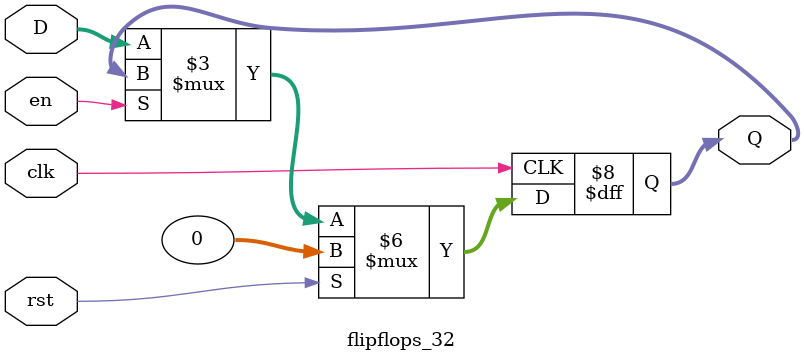
<source format=v>
`timescale 1ns / 1ps

//32-bit REGISTER

module flipflops_32(D,clk,rst,en,Q);
  input [31:0]D;
  input clk,rst,en;
  output reg [31:0]Q;

    always @(posedge clk)
        begin
            if (rst)
                Q <= 32'b0;
            else if (~en)
                Q <= D;
        end
 endmodule

</source>
